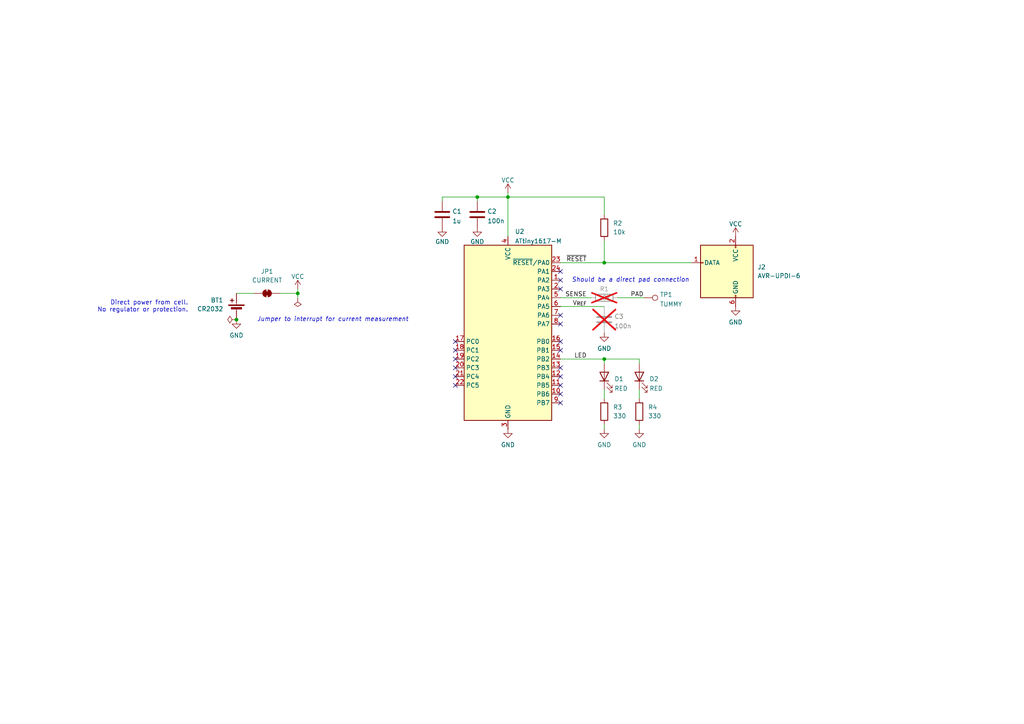
<source format=kicad_sch>
(kicad_sch (version 20250114) (generator "eeschema") (generator_version "9.0")
  (paper "A4")
  (title_block (title "Capacitve Sensing Raccoon") (date "2025-08-02") (rev "2.0") (company "Savo Bajic") (comment 1 "A small circuit to be handed out as a gift") (comment 2 "Current microcontroller choice is definitely overkill"))
  (lib_symbols
    (symbol "Connector:AVR-UPDI-6" (pin_names (offset 1.016))
      (property "Reference" "J" (at -6.35 8.89 0))
      (property "Value" "AVR-UPDI-6" (at 0 8.89 0))
      (symbol "AVR-UPDI-6_0_1"
        (rectangle (start -2.667 7.62) (end -2.413 6.858))
        (rectangle (start -2.667 -6.858) (end -2.413 -7.62))
        (rectangle (start 7.62 7.62) (end -7.62 -7.62) (stroke (width 0.254)) (fill (type background)))
        (rectangle (start 7.62 2.667) (end 6.858 2.413))
      )
      (symbol "AVR-UPDI-6_1_1"
        (pin passive line (at -2.54 10.16 270) (length 2.54) (name "VCC") (number "2"))
        (pin passive line (at -2.54 -10.16 90) (length 2.54) (name "GND") (number "6"))
        (pin no_connect line (at 7.62 0 180) (length 2.54) (hide yes) (name "NC") (number "3"))
        (pin no_connect line (at 7.62 -2.54 180) (length 2.54) (hide yes) (name "NC") (number "4"))
        (pin no_connect line (at 7.62 -5.08 180) (length 2.54) (hide yes) (name "NC") (number "5"))
        (pin passive line (at 10.16 2.54 180) (length 2.54) (name "DATA") (number "1"))
      )
    )
    (symbol "Connector:TestPoint" (pin_numbers (hide yes)) (pin_names (offset 0.762) (hide yes))
      (property "Reference" "TP" (at 0 6.858 0))
      (property "Value" "TestPoint" (at 0 5.08 0))
      (symbol "TestPoint_0_1"
        (circle (center 0 3.302) (radius 0.762))
      )
      (symbol "TestPoint_1_1"
        (pin passive line (at 0 0 90) (length 2.54) (name "1") (number "1"))
      )
    )
    (symbol "Device:Battery_Cell" (pin_numbers (hide yes)) (pin_names (offset 0) (hide yes))
      (property "Reference" "BT" (at 2.54 2.54 0))
      (property "Value" "Battery_Cell" (at 2.54 0 0))
      (symbol "Battery_Cell_0_1"
        (rectangle (start -2.286 1.778) (end 2.286 1.524) (fill (type outline)))
        (rectangle (start -1.524 1.016) (end 1.524 0.508) (fill (type outline)))
        (polyline (pts (xy 0 1.778) (xy 0 2.54)))
        (polyline (pts (xy 0 0.762) (xy 0 0)))
        (polyline (pts (xy 0.762 3.048) (xy 1.778 3.048)) (stroke (width 0.254)))
        (polyline (pts (xy 1.27 3.556) (xy 1.27 2.54)) (stroke (width 0.254)))
      )
      (symbol "Battery_Cell_1_1"
        (pin passive line (at 0 5.08 270) (length 2.54) (name "+") (number "1"))
        (pin passive line (at 0 -2.54 90) (length 2.54) (name "-") (number "2"))
      )
    )
    (symbol "Device:C" (pin_numbers (hide yes)) (pin_names (offset 0.254))
      (property "Reference" "C" (at 0.635 2.54 0))
      (property "Value" "C" (at 0.635 -2.54 0))
      (symbol "C_0_1"
        (polyline (pts (xy -2.032 0.762) (xy 2.032 0.762)) (stroke (width 0.508)))
        (polyline (pts (xy -2.032 -0.762) (xy 2.032 -0.762)) (stroke (width 0.508)))
      )
      (symbol "C_1_1"
        (pin passive line (at 0 3.81 270) (length 2.794) (name "~") (number "1"))
        (pin passive line (at 0 -3.81 90) (length 2.794) (name "~") (number "2"))
      )
    )
    (symbol "Device:LED" (pin_numbers (hide yes)) (pin_names (offset 1.016) (hide yes))
      (property "Reference" "D" (at 0 2.54 0))
      (property "Value" "LED" (at 0 -2.54 0))
      (symbol "LED_0_1"
        (polyline (pts (xy -3.048 -0.762) (xy -4.572 -2.286) (xy -3.81 -2.286) (xy -4.572 -2.286) (xy -4.572 -1.524)))
        (polyline (pts (xy -1.778 -0.762) (xy -3.302 -2.286) (xy -2.54 -2.286) (xy -3.302 -2.286) (xy -3.302 -1.524)))
        (polyline (pts (xy -1.27 0) (xy 1.27 0)))
        (polyline (pts (xy -1.27 -1.27) (xy -1.27 1.27)) (stroke (width 0.254)))
        (polyline (pts (xy 1.27 -1.27) (xy 1.27 1.27) (xy -1.27 0) (xy 1.27 -1.27)) (stroke (width 0.254)))
      )
      (symbol "LED_1_1"
        (pin passive line (at -3.81 0 0) (length 2.54) (name "K") (number "1"))
        (pin passive line (at 3.81 0 180) (length 2.54) (name "A") (number "2"))
      )
    )
    (symbol "Device:R" (pin_numbers (hide yes)) (pin_names (offset 0))
      (property "Reference" "R" (at 2.032 0 90))
      (property "Value" "R" (at 0 0 90))
      (symbol "R_0_1"
        (rectangle (start -1.016 -2.54) (end 1.016 2.54) (stroke (width 0.254)))
      )
      (symbol "R_1_1"
        (pin passive line (at 0 3.81 270) (length 1.27) (name "~") (number "1"))
        (pin passive line (at 0 -3.81 90) (length 1.27) (name "~") (number "2"))
      )
    )
    (symbol "Jumper:SolderJumper_2_Bridged" (pin_numbers (hide yes)) (pin_names (offset 0) (hide yes)) (in_bom no)
      (property "Reference" "JP" (at 0 2.032 0))
      (property "Value" "SolderJumper_2_Bridged" (at 0 -2.54 0))
      (symbol "SolderJumper_2_Bridged_0_1"
        (rectangle (start -0.508 0.508) (end 0.508 -0.508) (fill (type outline)))
        (polyline (pts (xy -0.254 1.016) (xy -0.254 -1.016)))
        (arc (start -0.254 -1.016) (mid -1.2656 0) (end -0.254 1.016))
        (arc (start -0.254 -1.016) (mid -1.2656 0) (end -0.254 1.016) (fill (type outline)))
        (arc (start 0.254 1.016) (mid 1.2656 0) (end 0.254 -1.016))
        (arc (start 0.254 1.016) (mid 1.2656 0) (end 0.254 -1.016) (fill (type outline)))
        (polyline (pts (xy 0.254 1.016) (xy 0.254 -1.016)))
      )
      (symbol "SolderJumper_2_Bridged_1_1"
        (pin passive line (at -3.81 0 0) (length 2.54) (name "A") (number "1"))
        (pin passive line (at 3.81 0 180) (length 2.54) (name "B") (number "2"))
      )
    )
    (symbol "MCU_Microchip_ATtiny:ATtiny1617-M"
      (property "Reference" "U" (at -12.7 26.67 0))
      (property "Value" "ATtiny1617-M" (at 2.54 -26.67 0))
      (symbol "ATtiny1617-M_0_1"
        (rectangle (start -12.7 -25.4) (end 12.7 25.4) (stroke (width 0.254)) (fill (type background)))
      )
      (symbol "ATtiny1617-M_1_1"
        (pin bidirectional line (at -15.24 -2.54 0) (length 2.54) (name "PC0") (number "17"))
        (pin bidirectional line (at -15.24 -5.08 0) (length 2.54) (name "PC1") (number "18"))
        (pin bidirectional line (at -15.24 -7.62 0) (length 2.54) (name "PC2") (number "19"))
        (pin bidirectional line (at -15.24 -10.16 0) (length 2.54) (name "PC3") (number "20"))
        (pin bidirectional line (at -15.24 -12.7 0) (length 2.54) (name "PC4") (number "21"))
        (pin bidirectional line (at -15.24 -15.24 0) (length 2.54) (name "PC5") (number "22"))
        (pin power_in line (at 0 27.94 270) (length 2.54) (name "VCC") (number "4"))
        (pin passive line (at 0 -27.94 90) (length 2.54) (hide yes) (name "GND") (number "25"))
        (pin power_in line (at 0 -27.94 90) (length 2.54) (name "GND") (number "3"))
        (pin bidirectional line (at 15.24 20.32 180) (length 2.54) (name "~{RESET}/PA0") (number "23"))
        (pin bidirectional line (at 15.24 17.78 180) (length 2.54) (name "PA1") (number "24"))
        (pin bidirectional line (at 15.24 15.24 180) (length 2.54) (name "PA2") (number "1"))
        (pin bidirectional line (at 15.24 12.7 180) (length 2.54) (name "PA3") (number "2"))
        (pin bidirectional line (at 15.24 10.16 180) (length 2.54) (name "PA4") (number "5"))
        (pin bidirectional line (at 15.24 7.62 180) (length 2.54) (name "PA5") (number "6"))
        (pin bidirectional line (at 15.24 5.08 180) (length 2.54) (name "PA6") (number "7"))
        (pin bidirectional line (at 15.24 2.54 180) (length 2.54) (name "PA7") (number "8"))
        (pin bidirectional line (at 15.24 -2.54 180) (length 2.54) (name "PB0") (number "16"))
        (pin bidirectional line (at 15.24 -5.08 180) (length 2.54) (name "PB1") (number "15"))
        (pin bidirectional line (at 15.24 -7.62 180) (length 2.54) (name "PB2") (number "14"))
        (pin bidirectional line (at 15.24 -10.16 180) (length 2.54) (name "PB3") (number "13"))
        (pin bidirectional line (at 15.24 -12.7 180) (length 2.54) (name "PB4") (number "12"))
        (pin bidirectional line (at 15.24 -15.24 180) (length 2.54) (name "PB5") (number "11"))
        (pin bidirectional line (at 15.24 -17.78 180) (length 2.54) (name "PB6") (number "10"))
        (pin bidirectional line (at 15.24 -20.32 180) (length 2.54) (name "PB7") (number "9"))
      )
    )
    (symbol "power:GND" (power) (pin_numbers (hide yes)) (pin_names (offset 0) (hide yes))
      (property "Value" "GND" (at 0 -3.81 0))
      (symbol "GND_0_1"
        (polyline (pts (xy 0 0) (xy 0 -1.27) (xy 1.27 -1.27) (xy 0 -2.54) (xy -1.27 -1.27) (xy 0 -1.27)))
      )
      (symbol "GND_1_1"
        (pin power_in line (at 0 0 270) (length 0) (name "~") (number "1"))
      )
    )
    (symbol "power:PWR_FLAG" (power) (pin_numbers (hide yes)) (pin_names (offset 0) (hide yes))
      (property "Value" "PWR_FLAG" (at 0 3.81 0))
      (symbol "PWR_FLAG_0_0"
        (pin power_out line (at 0 0 90) (length 0) (name "~") (number "1"))
      )
      (symbol "PWR_FLAG_0_1"
        (polyline (pts (xy 0 0) (xy 0 1.27) (xy -1.016 1.905) (xy 0 2.54) (xy 1.016 1.905) (xy 0 1.27)))
      )
    )
    (symbol "power:VCC" (power) (pin_numbers (hide yes)) (pin_names (offset 0) (hide yes))
      (property "Value" "VCC" (at 0 3.556 0))
      (symbol "VCC_0_1"
        (polyline (pts (xy -0.762 1.27) (xy 0 2.54)))
        (polyline (pts (xy 0 2.54) (xy 0.762 1.27)))
        (polyline (pts (xy 0 0) (xy 0 2.54)))
      )
      (symbol "VCC_1_1"
        (pin power_in line (at 0 0 90) (length 0) (name "~") (number "1"))
      )
    )
  )
  (text "Should be a direct pad connection" (at 182.88 81.28 0) (effects (font (size 1.27 1.27) (italic yes))))
  (text "Jumper to interrupt for current measurement" (at 96.52 92.71 0) (effects (font (size 1.27 1.27) (italic yes))))
  (text "Direct power from cell.\nNo regulator or protection." (at 54.61 88.9 0) (effects (font (size 1.27 1.27)) (justify right)))
  (junction (at 86.36 85.09))
  (junction (at 175.26 104.14))
  (junction (at 138.43 57.15))
  (junction (at 175.26 76.2))
  (junction (at 147.32 57.15))
  (junction (at 68.58 92.71))
  (no_connect (at 132.08 106.68))
  (no_connect (at 162.56 78.74))
  (no_connect (at 162.56 111.76))
  (no_connect (at 162.56 114.3))
  (no_connect (at 162.56 116.84))
  (no_connect (at 162.56 91.44))
  (no_connect (at 132.08 101.6))
  (no_connect (at 132.08 111.76))
  (no_connect (at 132.08 104.14))
  (no_connect (at 132.08 109.22))
  (no_connect (at 132.08 99.06))
  (no_connect (at 162.56 93.98))
  (no_connect (at 162.56 83.82))
  (no_connect (at 162.56 81.28))
  (no_connect (at 162.56 109.22))
  (no_connect (at 162.56 106.68))
  (no_connect (at 162.56 101.6))
  (no_connect (at 162.56 99.06))
  (wire (pts (xy 86.36 85.09) (xy 86.36 86.36)))
  (wire (pts (xy 175.26 123.19) (xy 175.26 124.46)))
  (wire (pts (xy 175.26 113.03) (xy 175.26 115.57)))
  (wire (pts (xy 175.26 69.85) (xy 175.26 76.2)))
  (wire (pts (xy 162.56 88.9) (xy 175.26 88.9)))
  (wire (pts (xy 175.26 104.14) (xy 185.42 104.14)))
  (wire (pts (xy 86.36 85.09) (xy 86.36 83.82)))
  (wire (pts (xy 175.26 57.15) (xy 175.26 62.23)))
  (wire (pts (xy 185.42 104.14) (xy 185.42 105.41)))
  (wire (pts (xy 162.56 76.2) (xy 175.26 76.2)))
  (wire (pts (xy 147.32 55.88) (xy 147.32 57.15)))
  (wire (pts (xy 162.56 104.14) (xy 175.26 104.14)))
  (wire (pts (xy 175.26 57.15) (xy 147.32 57.15)))
  (wire (pts (xy 81.28 85.09) (xy 86.36 85.09)))
  (wire (pts (xy 138.43 57.15) (xy 147.32 57.15)))
  (wire (pts (xy 138.43 57.15) (xy 138.43 58.42)))
  (wire (pts (xy 128.27 58.42) (xy 128.27 57.15)))
  (wire (pts (xy 162.56 86.36) (xy 171.45 86.36)))
  (wire (pts (xy 179.07 86.36) (xy 186.69 86.36)))
  (wire (pts (xy 175.26 104.14) (xy 175.26 105.41)))
  (wire (pts (xy 185.42 123.19) (xy 185.42 124.46)))
  (wire (pts (xy 147.32 57.15) (xy 147.32 68.58)))
  (wire (pts (xy 175.26 76.2) (xy 200.66 76.2)))
  (wire (pts (xy 68.58 85.09) (xy 73.66 85.09)))
  (wire (pts (xy 128.27 57.15) (xy 138.43 57.15)))
  (wire (pts (xy 185.42 115.57) (xy 185.42 113.03)))
  (label "V_{REF}" (at 170.18 88.9 180))
  (label "SENSE" (at 170.18 86.36 180))
  (label "~{RESET}" (at 170.18 76.2 180))
  (label "PAD" (at 186.69 86.36 180))
  (label "LED" (at 170.18 104.14 180))
  (symbol (lib_id "Device:R") (at 185.42 119.38 0) (unit 1)
    (property "Reference" "R4" (at 187.96 118.1099 0) (effects (justify left)))
    (property "Value" "330" (at 187.96 120.6499 0) (effects (justify left)))
    (property "Footprint" "Resistor_SMD:R_0603_1608Metric" (effects (hide yes)))
    (property "LCSC" "C23138" (effects (hide yes)))
    (property "Manufacturer" "UNI-ROYAL(Uniroyal Elec)" (effects (hide yes)))
    (property "Manufacturer PN" "0603WAF3300T5E" (effects (hide yes)))
    (property "ALT PN" "RC0603FR-07330RL" (effects (hide yes)))
  )
  (symbol (lib_id "Jumper:SolderJumper_2_Bridged") (at 77.47 85.09 0) (unit 1) (in_bom no)
    (property "Reference" "JP1" (at 77.47 78.74 0))
    (property "Value" "CURRENT" (at 77.47 81.28 0))
    (property "Footprint" "Jumper:SolderJumper-2_P1.3mm_Bridged2Bar_Pad1.0x1.5mm" (effects (hide yes)))
    (property "Description" "Solder Jumper, 2-pole, closed/bridged" (effects (hide yes)))
  )
  (symbol (lib_id "power:PWR_FLAG") (at 68.58 92.71 90) (unit 1)
    (property "Reference" "#FLG02" (effects (hide yes)))
    (property "Value" "PWR_FLAG" (effects (hide yes)))
    (property "Description" "Special symbol for telling ERC where power comes from" (effects (hide yes)))
  )
  (symbol (lib_id "power:VCC") (at 147.32 55.88 0) (unit 1)
    (property "Reference" "#PWR012" (effects (hide yes)))
    (property "Value" "VCC" (at 147.32 52.2755 0))
  )
  (symbol (lib_id "MCU_Microchip_ATtiny:ATtiny1617-M") (at 147.32 96.52 0) (unit 1)
    (property "Reference" "U2" (at 149.3394 67.1535 0) (effects (justify left)))
    (property "Value" "ATtiny1617-M" (at 149.3394 69.9286 0) (effects (justify left)))
    (property "Footprint" "Package_DFN_QFN:QFN-24-1EP_4x4mm_P0.5mm_EP2.6x2.6mm" (effects (hide yes)))
    (property "Datasheet" "http://ww1.microchip.com/downloads/en/DeviceDoc/ATtiny3217_1617-Data-Sheet-40001999B.pdf" (effects (hide yes)))
    (property "LCSC" "C614176" (effects (hide yes)))
    (property "Manufacturer" "Microchip Tech" (effects (hide yes)))
    (property "Manufacturer PN" "ATTINY1617-MNR" (effects (hide yes)))
    (property "ALT PN" "ATTINY1617-MN" (effects (hide yes)))
  )
  (symbol (lib_id "power:GND") (at 213.36 88.9 0) (mirror y) (unit 1)
    (property "Reference" "#PWR017" (effects (hide yes)))
    (property "Value" "GND" (at 213.36 93.4625 0))
  )
  (symbol (lib_id "power:VCC") (at 86.36 83.82 0) (unit 1)
    (property "Reference" "#PWR04" (effects (hide yes)))
    (property "Value" "VCC" (at 86.36 80.2155 0))
  )
  (symbol (lib_id "Device:R") (at 175.26 119.38 0) (unit 1)
    (property "Reference" "R3" (at 177.8 118.1099 0) (effects (justify left)))
    (property "Value" "330" (at 177.8 120.6499 0) (effects (justify left)))
    (property "Footprint" "Resistor_SMD:R_0603_1608Metric" (effects (hide yes)))
    (property "LCSC" "C23138" (effects (hide yes)))
    (property "Manufacturer" "UNI-ROYAL(Uniroyal Elec)" (effects (hide yes)))
    (property "Manufacturer PN" "0603WAF3300T5E" (effects (hide yes)))
    (property "ALT PN" "RC0603FR-07330RL" (effects (hide yes)))
  )
  (symbol (lib_id "power:GND") (at 138.43 66.04 0) (unit 1)
    (property "Reference" "#PWR06" (effects (hide yes)))
    (property "Value" "GND" (at 138.43 70.104 0))
  )
  (symbol (lib_id "Connector:AVR-UPDI-6") (at 210.82 78.74 0) (mirror y) (unit 1) (in_bom no)
    (property "Reference" "J2" (at 219.71 77.4699 0) (effects (justify right)))
    (property "Value" "AVR-UPDI-6" (at 219.71 80.0099 0) (effects (justify right)))
    (property "Footprint" "Connector:Tag-Connect_TC2030-IDC-NL_2x03_P1.27mm_Vertical" (effects (hide yes)))
    (property "Datasheet" "https://www.microchip.com/webdoc/GUID-9D10622A-5C16-4405-B092-1BDD437B4976/index.html?GUID-9B349315-2842-4189-B88C-49F4E1055D7F" (effects (hide yes)))
    (property "Description" "Atmel 6-pin UPDI connector" (effects (hide yes)))
  )
  (symbol (lib_id "Connector:TestPoint") (at 186.69 86.36 270) (unit 1) (in_bom no)
    (property "Reference" "TP1" (at 191.389 85.4515 90) (effects (justify left)))
    (property "Value" "TUMMY" (at 191.389 88.2266 90) (effects (justify left)))
    (property "Footprint" "raccoon-art:tummy" (effects (hide yes)))
  )
  (symbol (lib_id "Device:R") (at 175.26 86.36 90) (unit 1) (dnp yes)
    (property "Reference" "R1" (at 175.26 83.82 90))
    (property "Value" "10k" (at 175.26 86.36 90))
    (property "Footprint" "Resistor_SMD:R_0603_1608Metric" (effects (hide yes)))
    (property "LCSC" "C25804" (effects (hide yes)))
    (property "Manufacturer" "UNI-ROYAL(Uniroyal Elec)" (effects (hide yes)))
    (property "Manufacturer PN" "0603WAF1002T5E" (effects (hide yes)))
    (property "ALT PN" "CRCW060310K0FKEA " (effects (hide yes)))
  )
  (symbol (lib_id "power:GND") (at 68.58 92.71 0) (unit 1)
    (property "Reference" "#PWR07" (effects (hide yes)))
    (property "Value" "GND" (at 68.58 97.2725 0))
  )
  (symbol (lib_id "power:GND") (at 175.26 124.46 0) (unit 1)
    (property "Reference" "#PWR010" (effects (hide yes)))
    (property "Value" "GND" (at 175.26 129.0225 0))
  )
  (symbol (lib_id "power:GND") (at 128.27 66.04 0) (unit 1)
    (property "Reference" "#PWR05" (effects (hide yes)))
    (property "Value" "GND" (at 128.27 70.104 0))
  )
  (symbol (lib_id "Device:LED") (at 175.26 109.22 90) (unit 1)
    (property "Reference" "D1" (at 178.181 109.899 90) (effects (justify right)))
    (property "Value" "RED" (at 178.181 112.6741 90) (effects (justify right)))
    (property "Footprint" "Diode_SMD:D_0805_2012Metric" (effects (hide yes)))
    (property "LCSC" "C94868" (effects (hide yes)))
    (property "Manufacturer" "Lite-On" (effects (hide yes)))
    (property "Manufacturer PN" "LTST-C170KRKT" (effects (hide yes)))
    (property "ALT PN" "MP001247" (effects (hide yes)))
  )
  (symbol (lib_id "power:GND") (at 175.26 96.52 0) (unit 1)
    (property "Reference" "#PWR014" (effects (hide yes)))
    (property "Value" "GND" (at 175.26 101.0825 0))
  )
  (symbol (lib_id "Device:LED") (at 185.42 109.22 90) (unit 1)
    (property "Reference" "D2" (at 188.341 109.899 90) (effects (justify right)))
    (property "Value" "RED" (at 188.341 112.6741 90) (effects (justify right)))
    (property "Footprint" "Diode_SMD:D_0805_2012Metric" (effects (hide yes)))
    (property "LCSC" "C94868" (effects (hide yes)))
    (property "Manufacturer" "Lite-On" (effects (hide yes)))
    (property "Manufacturer PN" "LTST-C170KRKT" (effects (hide yes)))
    (property "ALT PN" "MP001247" (effects (hide yes)))
  )
  (symbol (lib_id "Device:R") (at 175.26 66.04 0) (unit 1)
    (property "Reference" "R2" (at 177.8 64.7699 0) (effects (justify left)))
    (property "Value" "10k" (at 177.8 67.3099 0) (effects (justify left)))
    (property "Footprint" "Resistor_SMD:R_0603_1608Metric" (effects (hide yes)))
    (property "LCSC" "C25804" (effects (hide yes)))
    (property "Manufacturer" "UNI-ROYAL(Uniroyal Elec)" (effects (hide yes)))
    (property "Manufacturer PN" "0603WAF1002T5E" (effects (hide yes)))
    (property "ALT PN" "CRCW060310K0FKEA " (effects (hide yes)))
  )
  (symbol (lib_id "power:GND") (at 147.32 124.46 0) (unit 1)
    (property "Reference" "#PWR016" (effects (hide yes)))
    (property "Value" "GND" (at 147.32 129.0225 0))
  )
  (symbol (lib_id "power:PWR_FLAG") (at 86.36 86.36 180) (unit 1)
    (property "Reference" "#FLG01" (effects (hide yes)))
    (property "Value" "PWR_FLAG" (effects (hide yes)))
    (property "Description" "Special symbol for telling ERC where power comes from" (effects (hide yes)))
  )
  (symbol (lib_id "Device:Battery_Cell") (at 68.58 90.17 0) (mirror y) (unit 1)
    (property "Reference" "BT1" (at 64.77 87.0584 0) (effects (justify left)))
    (property "Value" "CR2032" (at 64.77 89.5984 0) (effects (justify left)))
    (property "Footprint" "Battery:BatteryHolder_Multicomp_BC-2001_1x2032" (effects (hide yes)))
    (property "LCSC" "C964830" (effects (hide yes)))
    (property "Manufacturer" "MYOUNG" (effects (hide yes)))
    (property "Manufacturer PN" "MY-2032-05" (effects (hide yes)))
    (property "ALT PN" "BC-2001" (effects (hide yes)))
  )
  (symbol (lib_id "power:GND") (at 185.42 124.46 0) (unit 1)
    (property "Reference" "#PWR011" (effects (hide yes)))
    (property "Value" "GND" (at 185.42 129.0225 0))
  )
  (symbol (lib_id "Device:C") (at 138.43 62.23 0) (unit 1)
    (property "Reference" "C2" (at 141.351 61.3215 0) (effects (justify left)))
    (property "Value" "100n" (at 141.351 64.0966 0) (effects (justify left)))
    (property "Footprint" "Capacitor_SMD:C_0603_1608Metric" (effects (hide yes)))
    (property "LCSC" "C14663" (effects (hide yes)))
    (property "Manufacturer" "YAGEO" (effects (hide yes)))
    (property "Manufacturer PN" "CC0603KRX7R9BB104" (effects (hide yes)))
  )
  (symbol (lib_id "power:VCC") (at 213.36 68.58 0) (mirror y) (unit 1)
    (property "Reference" "#PWR018" (effects (hide yes)))
    (property "Value" "VCC" (at 213.36 64.9755 0))
  )
  (symbol (lib_id "Device:C") (at 128.27 62.23 0) (unit 1)
    (property "Reference" "C1" (at 131.191 61.3215 0) (effects (justify left)))
    (property "Value" "1u" (at 131.191 64.0966 0) (effects (justify left)))
    (property "Footprint" "Capacitor_SMD:C_0603_1608Metric" (effects (hide yes)))
    (property "LCSC" "C15849" (effects (hide yes)))
    (property "Manufacturer" "Samsung Electro-Mechanics" (effects (hide yes)))
    (property "Manufacturer PN" "CL10A105KB8NNNC" (effects (hide yes)))
  )
  (symbol (lib_id "Device:C") (at 175.26 92.71 0) (unit 1) (dnp yes)
    (property "Reference" "C3" (at 178.181 91.8015 0) (effects (justify left)))
    (property "Value" "100n" (at 178.181 94.5766 0) (effects (justify left)))
    (property "Footprint" "Capacitor_SMD:C_0603_1608Metric" (effects (hide yes)))
    (property "LCSC" "C14663" (effects (hide yes)))
    (property "Manufacturer" "YAGEO" (effects (hide yes)))
    (property "Manufacturer PN" "CC0603KRX7R9BB104" (effects (hide yes)))
  )
)
</source>
